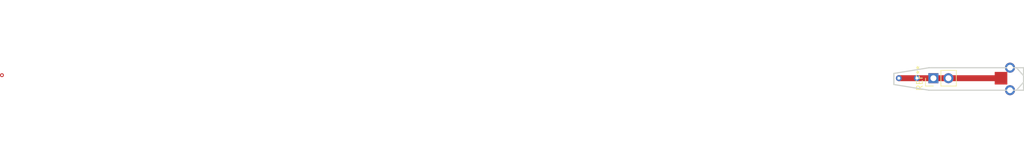
<source format=kicad_pcb>
(kicad_pcb (version 20211014) (generator pcbnew)
  (layers (0 "F.Cu" signal) (31 "B.Cu" signal) (34 "B.Paste" user) (35 "F.Paste" user) (36 "B.SilkS" user "B.Silkscreen") (37 "F.SilkS" user "F.Silkscreen") (38 "B.Mask" user) (39 "F.Mask" user) (44 "Edge.Cuts" user))
  (net 0 "")
  (footprint "Personal:HolyHole" (layer "F.Cu") (at 155.448 60.96)
    (fp_text reference "REF**" hide)
    (fp_text value "HolyHole" hide)
    (pad "1" thru_hole circle locked (at -3.81 0) (size 1 1) (drill 0.5) (layers *.Cu *.Mask))
  )
  (footprint "Personal:HolyHole" (layer "F.Cu") (at 158.496 60.96)
    (fp_text reference "REF**" hide)
    (fp_text value "HolyHole" hide)
    (pad "1" thru_hole circle locked (at -3.81 0) (size 1 1) (drill 0.5) (layers *.Cu *.Mask))
  )
  (footprint "Connector_PinHeader_2.54mm:PinHeader_1x02_P2.54mm_Vertical" (layer "F.Cu") (at 157.48 60.96 90)
    (fp_text reference "REF**" (at 0 -2.33 90) (layer "F.SilkS"))
    (fp_text value "PinHeader_1x02_P2.54mm_Vertical")
    (fp_line (start -1.33 3.87) (end 1.33 3.87) (layer "F.SilkS") (width 0.12))
    (fp_line (start -1.33 0) (end -1.33 -1.33) (layer "F.SilkS") (width 0.12))
    (fp_line (start -1.33 -1.33) (end 0 -1.33) (layer "F.SilkS") (width 0.12))
    (fp_line (start 1.33 1.27) (end 1.33 3.87) (layer "F.SilkS") (width 0.12))
    (fp_line (start -1.33 1.27) (end -1.33 3.87) (layer "F.SilkS") (width 0.12))
    (fp_line (start -1.33 1.27) (end 1.33 1.27) (layer "F.SilkS") (width 0.12))
    (pad "1" thru_hole rect (at 0 0 90) (size 1.7 1.7) (drill 1) (layers *.Cu *.Mask))
    (pad "2" thru_hole oval (at 0 2.54 90) (size 1.7 1.7) (drill 1) (layers *.Cu *.Mask))
  )
  (footprint "" (layer "F.Cu") (at 170.434 62.992)
    (fp_text reference "" (at 0 0) (layer "F.SilkS") (effects (font (size 1.27 1.27))))
    (fp_text value "" (at 0 0) (layer "F.SilkS") (effects (font (size 1.27 1.27))))
    (pad "2" thru_hole oval (at 0 0 90) (size 1.7 1.7) (drill 1) (layers *.Cu *.Mask))
  )
  (footprint "" (layer "F.Cu") (at 170.434 59.182)
    (fp_text reference "" (at 0 0) (layer "F.SilkS") (effects (font (size 1.27 1.27))))
    (fp_text value "" (at 0 0) (layer "F.SilkS") (effects (font (size 1.27 1.27))))
    (pad "2" thru_hole oval (at 0 0 90) (size 1.7 1.7) (drill 1) (layers *.Cu *.Mask))
  )
  (gr_poly (pts (xy 169.926 61.976) (xy 167.894 61.976) (xy 167.894 59.944) (xy 169.926 59.944)) (layer "F.Cu") (width 0.1) (fill solid))
  (gr_circle (center 0 60.452) (end 0.254 60.452) (layer "F.Cu") (width 0.15) (fill none))
  (gr_line (start 171.52 59.192) (end 172.72 60.533641) (layer "Edge.Cuts") (width 0.2))
  (gr_line (start 172.72 62.992) (end 156.72 62.992) (layer "Edge.Cuts") (width 0.2))
  (gr_line (start 171.52 62.992) (end 172.72 61.650359) (layer "Edge.Cuts") (width 0.2))
  (gr_line (start 172.72 59.192) (end 156.72 59.192) (layer "Edge.Cuts") (width 0.2))
  (gr_line (start 150.797774 62.029064) (end 156.72 62.992) (layer "Edge.Cuts") (width 0.2))
  (gr_line (start 150.797774 62.029064) (end 150.797774 60.154936) (layer "Edge.Cuts") (width 0.2))
  (gr_line (start 172.72 62.992) (end 172.72 59.192) (layer "Edge.Cuts") (width 0.2))
  (gr_line (start 150.797774 60.154936) (end 156.72 59.192) (layer "Edge.Cuts") (width 0.2))
  (segment (start 154.686 60.96) (end 168.402 60.96) (width 1) (layer "F.Cu") (net 0))
  (segment (start 151.638 60.96) (end 154.686 60.96) (width 1) (layer "F.Cu") (net 0))
)
</source>
